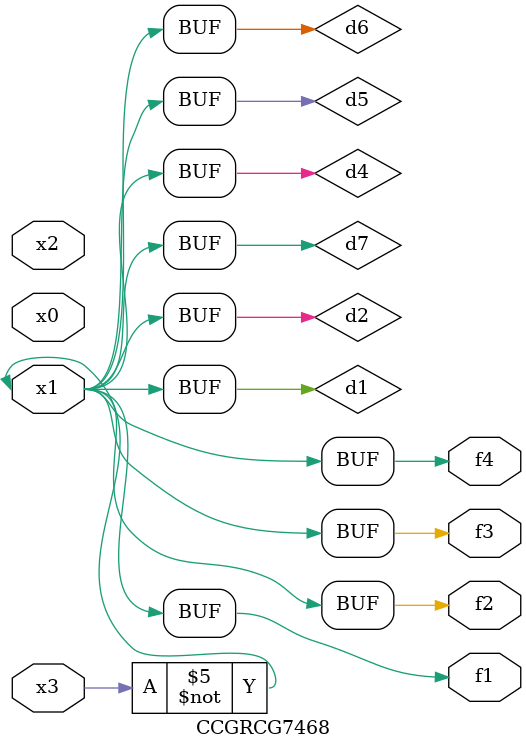
<source format=v>
module CCGRCG7468(
	input x0, x1, x2, x3,
	output f1, f2, f3, f4
);

	wire d1, d2, d3, d4, d5, d6, d7;

	not (d1, x3);
	buf (d2, x1);
	xnor (d3, d1, d2);
	nor (d4, d1);
	buf (d5, d1, d2);
	buf (d6, d4, d5);
	nand (d7, d4);
	assign f1 = d6;
	assign f2 = d7;
	assign f3 = d6;
	assign f4 = d6;
endmodule

</source>
